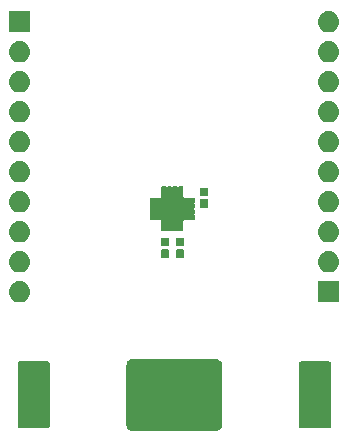
<source format=gbr>
G04 #@! TF.GenerationSoftware,KiCad,Pcbnew,(5.1.4)-1*
G04 #@! TF.CreationDate,2020-09-18T13:05:13-04:00*
G04 #@! TF.ProjectId,nRF52832_DEMO_V01,6e524635-3238-4333-925f-44454d4f5f56,rev?*
G04 #@! TF.SameCoordinates,Original*
G04 #@! TF.FileFunction,Soldermask,Bot*
G04 #@! TF.FilePolarity,Negative*
%FSLAX46Y46*%
G04 Gerber Fmt 4.6, Leading zero omitted, Abs format (unit mm)*
G04 Created by KiCad (PCBNEW (5.1.4)-1) date 2020-09-18 13:05:13*
%MOMM*%
%LPD*%
G04 APERTURE LIST*
%ADD10C,0.100000*%
G04 APERTURE END LIST*
D10*
G36*
X119863018Y-92056996D02*
G01*
X119958612Y-92085995D01*
X120046717Y-92133087D01*
X120123939Y-92196461D01*
X120187313Y-92273683D01*
X120234405Y-92361788D01*
X120263404Y-92457382D01*
X120273800Y-92562940D01*
X120273800Y-97632260D01*
X120263404Y-97737818D01*
X120234405Y-97833412D01*
X120187313Y-97921517D01*
X120123939Y-97998739D01*
X120046717Y-98062113D01*
X119958612Y-98109205D01*
X119863018Y-98138204D01*
X119757460Y-98148600D01*
X112688140Y-98148600D01*
X112582582Y-98138204D01*
X112486988Y-98109205D01*
X112398883Y-98062113D01*
X112321661Y-97998739D01*
X112258287Y-97921517D01*
X112211195Y-97833412D01*
X112182196Y-97737818D01*
X112171800Y-97632260D01*
X112171800Y-92562940D01*
X112182196Y-92457382D01*
X112211195Y-92361788D01*
X112258287Y-92273683D01*
X112321661Y-92196461D01*
X112398883Y-92133087D01*
X112486988Y-92085995D01*
X112582582Y-92056996D01*
X112688140Y-92046600D01*
X119757460Y-92046600D01*
X119863018Y-92056996D01*
X119863018Y-92056996D01*
G37*
G36*
X129341687Y-92270463D02*
G01*
X129373497Y-92280113D01*
X129402825Y-92295789D01*
X129428522Y-92316878D01*
X129449611Y-92342575D01*
X129465287Y-92371903D01*
X129474937Y-92403713D01*
X129478800Y-92442940D01*
X129478800Y-97752260D01*
X129474937Y-97791487D01*
X129465287Y-97823297D01*
X129449611Y-97852625D01*
X129428522Y-97878322D01*
X129402825Y-97899411D01*
X129373497Y-97915087D01*
X129341687Y-97924737D01*
X129302460Y-97928600D01*
X126953140Y-97928600D01*
X126913913Y-97924737D01*
X126882103Y-97915087D01*
X126852775Y-97899411D01*
X126827078Y-97878322D01*
X126805989Y-97852625D01*
X126790313Y-97823297D01*
X126780663Y-97791487D01*
X126776800Y-97752260D01*
X126776800Y-92442940D01*
X126780663Y-92403713D01*
X126790313Y-92371903D01*
X126805989Y-92342575D01*
X126827078Y-92316878D01*
X126852775Y-92295789D01*
X126882103Y-92280113D01*
X126913913Y-92270463D01*
X126953140Y-92266600D01*
X129302460Y-92266600D01*
X129341687Y-92270463D01*
X129341687Y-92270463D01*
G37*
G36*
X105531687Y-92270463D02*
G01*
X105563497Y-92280113D01*
X105592825Y-92295789D01*
X105618522Y-92316878D01*
X105639611Y-92342575D01*
X105655287Y-92371903D01*
X105664937Y-92403713D01*
X105668800Y-92442940D01*
X105668800Y-97752260D01*
X105664937Y-97791487D01*
X105655287Y-97823297D01*
X105639611Y-97852625D01*
X105618522Y-97878322D01*
X105592825Y-97899411D01*
X105563497Y-97915087D01*
X105531687Y-97924737D01*
X105492460Y-97928600D01*
X103143140Y-97928600D01*
X103103913Y-97924737D01*
X103072103Y-97915087D01*
X103042775Y-97899411D01*
X103017078Y-97878322D01*
X102995989Y-97852625D01*
X102980313Y-97823297D01*
X102970663Y-97791487D01*
X102966800Y-97752260D01*
X102966800Y-92442940D01*
X102970663Y-92403713D01*
X102980313Y-92371903D01*
X102995989Y-92342575D01*
X103017078Y-92316878D01*
X103042775Y-92295789D01*
X103072103Y-92280113D01*
X103103913Y-92270463D01*
X103143140Y-92266600D01*
X105492460Y-92266600D01*
X105531687Y-92270463D01*
X105531687Y-92270463D01*
G37*
G36*
X130187000Y-87261000D02*
G01*
X128385000Y-87261000D01*
X128385000Y-85459000D01*
X130187000Y-85459000D01*
X130187000Y-87261000D01*
X130187000Y-87261000D01*
G37*
G36*
X103234442Y-85465518D02*
G01*
X103300627Y-85472037D01*
X103470466Y-85523557D01*
X103626991Y-85607222D01*
X103662729Y-85636552D01*
X103764186Y-85719814D01*
X103847448Y-85821271D01*
X103876778Y-85857009D01*
X103960443Y-86013534D01*
X104011963Y-86183373D01*
X104029359Y-86360000D01*
X104011963Y-86536627D01*
X103960443Y-86706466D01*
X103876778Y-86862991D01*
X103847448Y-86898729D01*
X103764186Y-87000186D01*
X103662729Y-87083448D01*
X103626991Y-87112778D01*
X103470466Y-87196443D01*
X103300627Y-87247963D01*
X103234442Y-87254482D01*
X103168260Y-87261000D01*
X103079740Y-87261000D01*
X103013558Y-87254482D01*
X102947373Y-87247963D01*
X102777534Y-87196443D01*
X102621009Y-87112778D01*
X102585271Y-87083448D01*
X102483814Y-87000186D01*
X102400552Y-86898729D01*
X102371222Y-86862991D01*
X102287557Y-86706466D01*
X102236037Y-86536627D01*
X102218641Y-86360000D01*
X102236037Y-86183373D01*
X102287557Y-86013534D01*
X102371222Y-85857009D01*
X102400552Y-85821271D01*
X102483814Y-85719814D01*
X102585271Y-85636552D01*
X102621009Y-85607222D01*
X102777534Y-85523557D01*
X102947373Y-85472037D01*
X103013558Y-85465518D01*
X103079740Y-85459000D01*
X103168260Y-85459000D01*
X103234442Y-85465518D01*
X103234442Y-85465518D01*
G37*
G36*
X103234443Y-82925519D02*
G01*
X103300627Y-82932037D01*
X103470466Y-82983557D01*
X103626991Y-83067222D01*
X103662729Y-83096552D01*
X103764186Y-83179814D01*
X103847448Y-83281271D01*
X103876778Y-83317009D01*
X103876779Y-83317011D01*
X103938205Y-83431929D01*
X103960443Y-83473534D01*
X104011963Y-83643373D01*
X104029359Y-83820000D01*
X104011963Y-83996627D01*
X103960443Y-84166466D01*
X103876778Y-84322991D01*
X103847448Y-84358729D01*
X103764186Y-84460186D01*
X103662729Y-84543448D01*
X103626991Y-84572778D01*
X103470466Y-84656443D01*
X103300627Y-84707963D01*
X103234443Y-84714481D01*
X103168260Y-84721000D01*
X103079740Y-84721000D01*
X103013557Y-84714481D01*
X102947373Y-84707963D01*
X102777534Y-84656443D01*
X102621009Y-84572778D01*
X102585271Y-84543448D01*
X102483814Y-84460186D01*
X102400552Y-84358729D01*
X102371222Y-84322991D01*
X102287557Y-84166466D01*
X102236037Y-83996627D01*
X102218641Y-83820000D01*
X102236037Y-83643373D01*
X102287557Y-83473534D01*
X102309796Y-83431929D01*
X102371221Y-83317011D01*
X102371222Y-83317009D01*
X102400552Y-83281271D01*
X102483814Y-83179814D01*
X102585271Y-83096552D01*
X102621009Y-83067222D01*
X102777534Y-82983557D01*
X102947373Y-82932037D01*
X103013557Y-82925519D01*
X103079740Y-82919000D01*
X103168260Y-82919000D01*
X103234443Y-82925519D01*
X103234443Y-82925519D01*
G37*
G36*
X129396443Y-82925519D02*
G01*
X129462627Y-82932037D01*
X129632466Y-82983557D01*
X129788991Y-83067222D01*
X129824729Y-83096552D01*
X129926186Y-83179814D01*
X130009448Y-83281271D01*
X130038778Y-83317009D01*
X130038779Y-83317011D01*
X130100205Y-83431929D01*
X130122443Y-83473534D01*
X130173963Y-83643373D01*
X130191359Y-83820000D01*
X130173963Y-83996627D01*
X130122443Y-84166466D01*
X130038778Y-84322991D01*
X130009448Y-84358729D01*
X129926186Y-84460186D01*
X129824729Y-84543448D01*
X129788991Y-84572778D01*
X129632466Y-84656443D01*
X129462627Y-84707963D01*
X129396443Y-84714481D01*
X129330260Y-84721000D01*
X129241740Y-84721000D01*
X129175557Y-84714481D01*
X129109373Y-84707963D01*
X128939534Y-84656443D01*
X128783009Y-84572778D01*
X128747271Y-84543448D01*
X128645814Y-84460186D01*
X128562552Y-84358729D01*
X128533222Y-84322991D01*
X128449557Y-84166466D01*
X128398037Y-83996627D01*
X128380641Y-83820000D01*
X128398037Y-83643373D01*
X128449557Y-83473534D01*
X128471796Y-83431929D01*
X128533221Y-83317011D01*
X128533222Y-83317009D01*
X128562552Y-83281271D01*
X128645814Y-83179814D01*
X128747271Y-83096552D01*
X128783009Y-83067222D01*
X128939534Y-82983557D01*
X129109373Y-82932037D01*
X129175557Y-82925519D01*
X129241740Y-82919000D01*
X129330260Y-82919000D01*
X129396443Y-82925519D01*
X129396443Y-82925519D01*
G37*
G36*
X116982238Y-82793316D02*
G01*
X117002857Y-82799571D01*
X117021853Y-82809724D01*
X117038508Y-82823392D01*
X117052176Y-82840047D01*
X117062329Y-82859043D01*
X117068584Y-82879662D01*
X117071300Y-82907240D01*
X117071300Y-83365960D01*
X117068584Y-83393538D01*
X117062329Y-83414157D01*
X117052176Y-83433153D01*
X117038508Y-83449808D01*
X117021853Y-83463476D01*
X117002857Y-83473629D01*
X116982238Y-83479884D01*
X116954660Y-83482600D01*
X116445940Y-83482600D01*
X116418362Y-83479884D01*
X116397743Y-83473629D01*
X116378747Y-83463476D01*
X116362092Y-83449808D01*
X116348424Y-83433153D01*
X116338271Y-83414157D01*
X116332016Y-83393538D01*
X116329300Y-83365960D01*
X116329300Y-82907240D01*
X116332016Y-82879662D01*
X116338271Y-82859043D01*
X116348424Y-82840047D01*
X116362092Y-82823392D01*
X116378747Y-82809724D01*
X116397743Y-82799571D01*
X116418362Y-82793316D01*
X116445940Y-82790600D01*
X116954660Y-82790600D01*
X116982238Y-82793316D01*
X116982238Y-82793316D01*
G37*
G36*
X115712238Y-82793316D02*
G01*
X115732857Y-82799571D01*
X115751853Y-82809724D01*
X115768508Y-82823392D01*
X115782176Y-82840047D01*
X115792329Y-82859043D01*
X115798584Y-82879662D01*
X115801300Y-82907240D01*
X115801300Y-83365960D01*
X115798584Y-83393538D01*
X115792329Y-83414157D01*
X115782176Y-83433153D01*
X115768508Y-83449808D01*
X115751853Y-83463476D01*
X115732857Y-83473629D01*
X115712238Y-83479884D01*
X115684660Y-83482600D01*
X115175940Y-83482600D01*
X115148362Y-83479884D01*
X115127743Y-83473629D01*
X115108747Y-83463476D01*
X115092092Y-83449808D01*
X115078424Y-83433153D01*
X115068271Y-83414157D01*
X115062016Y-83393538D01*
X115059300Y-83365960D01*
X115059300Y-82907240D01*
X115062016Y-82879662D01*
X115068271Y-82859043D01*
X115078424Y-82840047D01*
X115092092Y-82823392D01*
X115108747Y-82809724D01*
X115127743Y-82799571D01*
X115148362Y-82793316D01*
X115175940Y-82790600D01*
X115684660Y-82790600D01*
X115712238Y-82793316D01*
X115712238Y-82793316D01*
G37*
G36*
X116982238Y-81823316D02*
G01*
X117002857Y-81829571D01*
X117021853Y-81839724D01*
X117038508Y-81853392D01*
X117052176Y-81870047D01*
X117062329Y-81889043D01*
X117068584Y-81909662D01*
X117071300Y-81937240D01*
X117071300Y-82395960D01*
X117068584Y-82423538D01*
X117062329Y-82444157D01*
X117052176Y-82463153D01*
X117038508Y-82479808D01*
X117021853Y-82493476D01*
X117002857Y-82503629D01*
X116982238Y-82509884D01*
X116954660Y-82512600D01*
X116445940Y-82512600D01*
X116418362Y-82509884D01*
X116397743Y-82503629D01*
X116378747Y-82493476D01*
X116362092Y-82479808D01*
X116348424Y-82463153D01*
X116338271Y-82444157D01*
X116332016Y-82423538D01*
X116329300Y-82395960D01*
X116329300Y-81937240D01*
X116332016Y-81909662D01*
X116338271Y-81889043D01*
X116348424Y-81870047D01*
X116362092Y-81853392D01*
X116378747Y-81839724D01*
X116397743Y-81829571D01*
X116418362Y-81823316D01*
X116445940Y-81820600D01*
X116954660Y-81820600D01*
X116982238Y-81823316D01*
X116982238Y-81823316D01*
G37*
G36*
X115712238Y-81823316D02*
G01*
X115732857Y-81829571D01*
X115751853Y-81839724D01*
X115768508Y-81853392D01*
X115782176Y-81870047D01*
X115792329Y-81889043D01*
X115798584Y-81909662D01*
X115801300Y-81937240D01*
X115801300Y-82395960D01*
X115798584Y-82423538D01*
X115792329Y-82444157D01*
X115782176Y-82463153D01*
X115768508Y-82479808D01*
X115751853Y-82493476D01*
X115732857Y-82503629D01*
X115712238Y-82509884D01*
X115684660Y-82512600D01*
X115175940Y-82512600D01*
X115148362Y-82509884D01*
X115127743Y-82503629D01*
X115108747Y-82493476D01*
X115092092Y-82479808D01*
X115078424Y-82463153D01*
X115068271Y-82444157D01*
X115062016Y-82423538D01*
X115059300Y-82395960D01*
X115059300Y-81937240D01*
X115062016Y-81909662D01*
X115068271Y-81889043D01*
X115078424Y-81870047D01*
X115092092Y-81853392D01*
X115108747Y-81839724D01*
X115127743Y-81829571D01*
X115148362Y-81823316D01*
X115175940Y-81820600D01*
X115684660Y-81820600D01*
X115712238Y-81823316D01*
X115712238Y-81823316D01*
G37*
G36*
X129396442Y-80385518D02*
G01*
X129462627Y-80392037D01*
X129632466Y-80443557D01*
X129788991Y-80527222D01*
X129824729Y-80556552D01*
X129926186Y-80639814D01*
X130009448Y-80741271D01*
X130038778Y-80777009D01*
X130122443Y-80933534D01*
X130173963Y-81103373D01*
X130191359Y-81280000D01*
X130173963Y-81456627D01*
X130122443Y-81626466D01*
X130038778Y-81782991D01*
X130009448Y-81818729D01*
X129926186Y-81920186D01*
X129836729Y-81993600D01*
X129788991Y-82032778D01*
X129632466Y-82116443D01*
X129462627Y-82167963D01*
X129396443Y-82174481D01*
X129330260Y-82181000D01*
X129241740Y-82181000D01*
X129175557Y-82174481D01*
X129109373Y-82167963D01*
X128939534Y-82116443D01*
X128783009Y-82032778D01*
X128735271Y-81993600D01*
X128645814Y-81920186D01*
X128562552Y-81818729D01*
X128533222Y-81782991D01*
X128449557Y-81626466D01*
X128398037Y-81456627D01*
X128380641Y-81280000D01*
X128398037Y-81103373D01*
X128449557Y-80933534D01*
X128533222Y-80777009D01*
X128562552Y-80741271D01*
X128645814Y-80639814D01*
X128747271Y-80556552D01*
X128783009Y-80527222D01*
X128939534Y-80443557D01*
X129109373Y-80392037D01*
X129175558Y-80385518D01*
X129241740Y-80379000D01*
X129330260Y-80379000D01*
X129396442Y-80385518D01*
X129396442Y-80385518D01*
G37*
G36*
X103234442Y-80385518D02*
G01*
X103300627Y-80392037D01*
X103470466Y-80443557D01*
X103626991Y-80527222D01*
X103662729Y-80556552D01*
X103764186Y-80639814D01*
X103847448Y-80741271D01*
X103876778Y-80777009D01*
X103960443Y-80933534D01*
X104011963Y-81103373D01*
X104029359Y-81280000D01*
X104011963Y-81456627D01*
X103960443Y-81626466D01*
X103876778Y-81782991D01*
X103847448Y-81818729D01*
X103764186Y-81920186D01*
X103674729Y-81993600D01*
X103626991Y-82032778D01*
X103470466Y-82116443D01*
X103300627Y-82167963D01*
X103234443Y-82174481D01*
X103168260Y-82181000D01*
X103079740Y-82181000D01*
X103013557Y-82174481D01*
X102947373Y-82167963D01*
X102777534Y-82116443D01*
X102621009Y-82032778D01*
X102573271Y-81993600D01*
X102483814Y-81920186D01*
X102400552Y-81818729D01*
X102371222Y-81782991D01*
X102287557Y-81626466D01*
X102236037Y-81456627D01*
X102218641Y-81280000D01*
X102236037Y-81103373D01*
X102287557Y-80933534D01*
X102371222Y-80777009D01*
X102400552Y-80741271D01*
X102483814Y-80639814D01*
X102585271Y-80556552D01*
X102621009Y-80527222D01*
X102777534Y-80443557D01*
X102947373Y-80392037D01*
X103013558Y-80385518D01*
X103079740Y-80379000D01*
X103168260Y-80379000D01*
X103234442Y-80385518D01*
X103234442Y-80385518D01*
G37*
G36*
X115470655Y-77449683D02*
G01*
X115475329Y-77451101D01*
X115479630Y-77453400D01*
X115486002Y-77458629D01*
X115506376Y-77472243D01*
X115529015Y-77481620D01*
X115553049Y-77486400D01*
X115577553Y-77486400D01*
X115601586Y-77481619D01*
X115624225Y-77472242D01*
X115644598Y-77458629D01*
X115650970Y-77453400D01*
X115655271Y-77451101D01*
X115659945Y-77449683D01*
X115670941Y-77448600D01*
X115959659Y-77448600D01*
X115970655Y-77449683D01*
X115975329Y-77451101D01*
X115979630Y-77453400D01*
X115986002Y-77458629D01*
X116006376Y-77472243D01*
X116029015Y-77481620D01*
X116053049Y-77486400D01*
X116077553Y-77486400D01*
X116101586Y-77481619D01*
X116124225Y-77472242D01*
X116144598Y-77458629D01*
X116150970Y-77453400D01*
X116155271Y-77451101D01*
X116159945Y-77449683D01*
X116170941Y-77448600D01*
X116459659Y-77448600D01*
X116470655Y-77449683D01*
X116475329Y-77451101D01*
X116479630Y-77453400D01*
X116486002Y-77458629D01*
X116506376Y-77472243D01*
X116529015Y-77481620D01*
X116553049Y-77486400D01*
X116577553Y-77486400D01*
X116601586Y-77481619D01*
X116624225Y-77472242D01*
X116644598Y-77458629D01*
X116650970Y-77453400D01*
X116655271Y-77451101D01*
X116659945Y-77449683D01*
X116670941Y-77448600D01*
X116959659Y-77448600D01*
X116970655Y-77449683D01*
X116975329Y-77451101D01*
X116979631Y-77453400D01*
X116983404Y-77456496D01*
X116986500Y-77460269D01*
X116988799Y-77464571D01*
X116990217Y-77469245D01*
X116991300Y-77480241D01*
X116991300Y-78298601D01*
X116993702Y-78322987D01*
X117000815Y-78346436D01*
X117012366Y-78368047D01*
X117027911Y-78386989D01*
X117046853Y-78402534D01*
X117068464Y-78414085D01*
X117091913Y-78421198D01*
X117116299Y-78423600D01*
X117934659Y-78423600D01*
X117945655Y-78424683D01*
X117950329Y-78426101D01*
X117954631Y-78428400D01*
X117958404Y-78431496D01*
X117961500Y-78435269D01*
X117963799Y-78439571D01*
X117965217Y-78444245D01*
X117966300Y-78455241D01*
X117966300Y-78743959D01*
X117965217Y-78754955D01*
X117963799Y-78759629D01*
X117961500Y-78763930D01*
X117956271Y-78770302D01*
X117942657Y-78790676D01*
X117933280Y-78813315D01*
X117928500Y-78837349D01*
X117928500Y-78861853D01*
X117933281Y-78885886D01*
X117942658Y-78908525D01*
X117956271Y-78928898D01*
X117961500Y-78935270D01*
X117963799Y-78939571D01*
X117965217Y-78944245D01*
X117966300Y-78955241D01*
X117966300Y-79243959D01*
X117965217Y-79254955D01*
X117963799Y-79259629D01*
X117961500Y-79263930D01*
X117956271Y-79270302D01*
X117942657Y-79290676D01*
X117933280Y-79313315D01*
X117928500Y-79337349D01*
X117928500Y-79361853D01*
X117933281Y-79385886D01*
X117942658Y-79408525D01*
X117956271Y-79428898D01*
X117961500Y-79435270D01*
X117963799Y-79439571D01*
X117965217Y-79444245D01*
X117966300Y-79455241D01*
X117966300Y-79743959D01*
X117965217Y-79754955D01*
X117963799Y-79759629D01*
X117961500Y-79763930D01*
X117956271Y-79770302D01*
X117942657Y-79790676D01*
X117933280Y-79813315D01*
X117928500Y-79837349D01*
X117928500Y-79861853D01*
X117933281Y-79885886D01*
X117942658Y-79908525D01*
X117956271Y-79928898D01*
X117961500Y-79935270D01*
X117963799Y-79939571D01*
X117965217Y-79944245D01*
X117966300Y-79955241D01*
X117966300Y-80243959D01*
X117965217Y-80254955D01*
X117963799Y-80259629D01*
X117961500Y-80263931D01*
X117958404Y-80267704D01*
X117954631Y-80270800D01*
X117950329Y-80273099D01*
X117945655Y-80274517D01*
X117934659Y-80275600D01*
X117116299Y-80275600D01*
X117091913Y-80278002D01*
X117068464Y-80285115D01*
X117046853Y-80296666D01*
X117027911Y-80312211D01*
X117012366Y-80331153D01*
X117000815Y-80352764D01*
X116993702Y-80376213D01*
X116991300Y-80400599D01*
X116991300Y-81218959D01*
X116990217Y-81229955D01*
X116988799Y-81234629D01*
X116986500Y-81238931D01*
X116983404Y-81242704D01*
X116979631Y-81245800D01*
X116975329Y-81248099D01*
X116970655Y-81249517D01*
X116959659Y-81250600D01*
X116670941Y-81250600D01*
X116659945Y-81249517D01*
X116655271Y-81248099D01*
X116650970Y-81245800D01*
X116644598Y-81240571D01*
X116624224Y-81226957D01*
X116601585Y-81217580D01*
X116577551Y-81212800D01*
X116553047Y-81212800D01*
X116529014Y-81217581D01*
X116506375Y-81226958D01*
X116486002Y-81240571D01*
X116479630Y-81245800D01*
X116475329Y-81248099D01*
X116470655Y-81249517D01*
X116459659Y-81250600D01*
X116170941Y-81250600D01*
X116159945Y-81249517D01*
X116155271Y-81248099D01*
X116150970Y-81245800D01*
X116144598Y-81240571D01*
X116124224Y-81226957D01*
X116101585Y-81217580D01*
X116077551Y-81212800D01*
X116053047Y-81212800D01*
X116029014Y-81217581D01*
X116006375Y-81226958D01*
X115986002Y-81240571D01*
X115979630Y-81245800D01*
X115975329Y-81248099D01*
X115970655Y-81249517D01*
X115959659Y-81250600D01*
X115670941Y-81250600D01*
X115659945Y-81249517D01*
X115655271Y-81248099D01*
X115650970Y-81245800D01*
X115644598Y-81240571D01*
X115624224Y-81226957D01*
X115601585Y-81217580D01*
X115577551Y-81212800D01*
X115553047Y-81212800D01*
X115529014Y-81217581D01*
X115506375Y-81226958D01*
X115486002Y-81240571D01*
X115479630Y-81245800D01*
X115475329Y-81248099D01*
X115470655Y-81249517D01*
X115459659Y-81250600D01*
X115170941Y-81250600D01*
X115159945Y-81249517D01*
X115155271Y-81248099D01*
X115150969Y-81245800D01*
X115147196Y-81242704D01*
X115144100Y-81238931D01*
X115141801Y-81234629D01*
X115140383Y-81229955D01*
X115139300Y-81218959D01*
X115139300Y-80400599D01*
X115136898Y-80376213D01*
X115129785Y-80352764D01*
X115118234Y-80331153D01*
X115102689Y-80312211D01*
X115083747Y-80296666D01*
X115062136Y-80285115D01*
X115038687Y-80278002D01*
X115014301Y-80275600D01*
X114195941Y-80275600D01*
X114184945Y-80274517D01*
X114180271Y-80273099D01*
X114175969Y-80270800D01*
X114172196Y-80267704D01*
X114169100Y-80263931D01*
X114166801Y-80259629D01*
X114165383Y-80254955D01*
X114164300Y-80243959D01*
X114164300Y-79955241D01*
X114165383Y-79944245D01*
X114166801Y-79939571D01*
X114169100Y-79935270D01*
X114174329Y-79928898D01*
X114187943Y-79908524D01*
X114197320Y-79885885D01*
X114202100Y-79861851D01*
X114202100Y-79837347D01*
X114197319Y-79813314D01*
X114187942Y-79790675D01*
X114174329Y-79770302D01*
X114169100Y-79763930D01*
X114166801Y-79759629D01*
X114165383Y-79754955D01*
X114164300Y-79743959D01*
X114164300Y-79455241D01*
X114165383Y-79444245D01*
X114166801Y-79439571D01*
X114169100Y-79435270D01*
X114174329Y-79428898D01*
X114187943Y-79408524D01*
X114197320Y-79385885D01*
X114202100Y-79361851D01*
X114202100Y-79337347D01*
X114197319Y-79313314D01*
X114187942Y-79290675D01*
X114174329Y-79270302D01*
X114169100Y-79263930D01*
X114166801Y-79259629D01*
X114165383Y-79254955D01*
X114164300Y-79243959D01*
X114164300Y-78955241D01*
X114165383Y-78944245D01*
X114166801Y-78939571D01*
X114169100Y-78935270D01*
X114174329Y-78928898D01*
X114187943Y-78908524D01*
X114197320Y-78885885D01*
X114202100Y-78861851D01*
X114202100Y-78837347D01*
X114197319Y-78813314D01*
X114187942Y-78790675D01*
X114174329Y-78770302D01*
X114169100Y-78763930D01*
X114166801Y-78759629D01*
X114165383Y-78754955D01*
X114164300Y-78743959D01*
X114164300Y-78455241D01*
X114165383Y-78444245D01*
X114166801Y-78439571D01*
X114169100Y-78435269D01*
X114172196Y-78431496D01*
X114175969Y-78428400D01*
X114180271Y-78426101D01*
X114184945Y-78424683D01*
X114195941Y-78423600D01*
X115014301Y-78423600D01*
X115038687Y-78421198D01*
X115062136Y-78414085D01*
X115083747Y-78402534D01*
X115102689Y-78386989D01*
X115118234Y-78368047D01*
X115129785Y-78346436D01*
X115136898Y-78322987D01*
X115139300Y-78298601D01*
X115139300Y-77480241D01*
X115140383Y-77469245D01*
X115141801Y-77464571D01*
X115144100Y-77460269D01*
X115147196Y-77456496D01*
X115150969Y-77453400D01*
X115155271Y-77451101D01*
X115159945Y-77449683D01*
X115170941Y-77448600D01*
X115459659Y-77448600D01*
X115470655Y-77449683D01*
X115470655Y-77449683D01*
G37*
G36*
X103234443Y-77845519D02*
G01*
X103300627Y-77852037D01*
X103470466Y-77903557D01*
X103626991Y-77987222D01*
X103662729Y-78016552D01*
X103764186Y-78099814D01*
X103831418Y-78181738D01*
X103876778Y-78237009D01*
X103960443Y-78393534D01*
X104011963Y-78563373D01*
X104029359Y-78740000D01*
X104011963Y-78916627D01*
X103960443Y-79086466D01*
X103876778Y-79242991D01*
X103855514Y-79268901D01*
X103764186Y-79380186D01*
X103672730Y-79455241D01*
X103626991Y-79492778D01*
X103470466Y-79576443D01*
X103300627Y-79627963D01*
X103234442Y-79634482D01*
X103168260Y-79641000D01*
X103079740Y-79641000D01*
X103013558Y-79634482D01*
X102947373Y-79627963D01*
X102777534Y-79576443D01*
X102621009Y-79492778D01*
X102575270Y-79455241D01*
X102483814Y-79380186D01*
X102392486Y-79268901D01*
X102371222Y-79242991D01*
X102287557Y-79086466D01*
X102236037Y-78916627D01*
X102218641Y-78740000D01*
X102236037Y-78563373D01*
X102287557Y-78393534D01*
X102371222Y-78237009D01*
X102416582Y-78181738D01*
X102483814Y-78099814D01*
X102585271Y-78016552D01*
X102621009Y-77987222D01*
X102777534Y-77903557D01*
X102947373Y-77852037D01*
X103013557Y-77845519D01*
X103079740Y-77839000D01*
X103168260Y-77839000D01*
X103234443Y-77845519D01*
X103234443Y-77845519D01*
G37*
G36*
X129396443Y-77845519D02*
G01*
X129462627Y-77852037D01*
X129632466Y-77903557D01*
X129788991Y-77987222D01*
X129824729Y-78016552D01*
X129926186Y-78099814D01*
X129993418Y-78181738D01*
X130038778Y-78237009D01*
X130122443Y-78393534D01*
X130173963Y-78563373D01*
X130191359Y-78740000D01*
X130173963Y-78916627D01*
X130122443Y-79086466D01*
X130038778Y-79242991D01*
X130017514Y-79268901D01*
X129926186Y-79380186D01*
X129834730Y-79455241D01*
X129788991Y-79492778D01*
X129632466Y-79576443D01*
X129462627Y-79627963D01*
X129396442Y-79634482D01*
X129330260Y-79641000D01*
X129241740Y-79641000D01*
X129175558Y-79634482D01*
X129109373Y-79627963D01*
X128939534Y-79576443D01*
X128783009Y-79492778D01*
X128737270Y-79455241D01*
X128645814Y-79380186D01*
X128554486Y-79268901D01*
X128533222Y-79242991D01*
X128449557Y-79086466D01*
X128398037Y-78916627D01*
X128380641Y-78740000D01*
X128398037Y-78563373D01*
X128449557Y-78393534D01*
X128533222Y-78237009D01*
X128578582Y-78181738D01*
X128645814Y-78099814D01*
X128747271Y-78016552D01*
X128783009Y-77987222D01*
X128939534Y-77903557D01*
X129109373Y-77852037D01*
X129175557Y-77845519D01*
X129241740Y-77839000D01*
X129330260Y-77839000D01*
X129396443Y-77845519D01*
X129396443Y-77845519D01*
G37*
G36*
X119014238Y-78551516D02*
G01*
X119034857Y-78557771D01*
X119053853Y-78567924D01*
X119070508Y-78581592D01*
X119084176Y-78598247D01*
X119094329Y-78617243D01*
X119100584Y-78637862D01*
X119103300Y-78665440D01*
X119103300Y-79124160D01*
X119100584Y-79151738D01*
X119094329Y-79172357D01*
X119084176Y-79191353D01*
X119070508Y-79208008D01*
X119053853Y-79221676D01*
X119034857Y-79231829D01*
X119014238Y-79238084D01*
X118986660Y-79240800D01*
X118477940Y-79240800D01*
X118450362Y-79238084D01*
X118429743Y-79231829D01*
X118410747Y-79221676D01*
X118394092Y-79208008D01*
X118380424Y-79191353D01*
X118370271Y-79172357D01*
X118364016Y-79151738D01*
X118361300Y-79124160D01*
X118361300Y-78665440D01*
X118364016Y-78637862D01*
X118370271Y-78617243D01*
X118380424Y-78598247D01*
X118394092Y-78581592D01*
X118410747Y-78567924D01*
X118429743Y-78557771D01*
X118450362Y-78551516D01*
X118477940Y-78548800D01*
X118986660Y-78548800D01*
X119014238Y-78551516D01*
X119014238Y-78551516D01*
G37*
G36*
X119014238Y-77581516D02*
G01*
X119034857Y-77587771D01*
X119053853Y-77597924D01*
X119070508Y-77611592D01*
X119084176Y-77628247D01*
X119094329Y-77647243D01*
X119100584Y-77667862D01*
X119103300Y-77695440D01*
X119103300Y-78154160D01*
X119100584Y-78181738D01*
X119094329Y-78202357D01*
X119084176Y-78221353D01*
X119070508Y-78238008D01*
X119053853Y-78251676D01*
X119034857Y-78261829D01*
X119014238Y-78268084D01*
X118986660Y-78270800D01*
X118477940Y-78270800D01*
X118450362Y-78268084D01*
X118429743Y-78261829D01*
X118410747Y-78251676D01*
X118394092Y-78238008D01*
X118380424Y-78221353D01*
X118370271Y-78202357D01*
X118364016Y-78181738D01*
X118361300Y-78154160D01*
X118361300Y-77695440D01*
X118364016Y-77667862D01*
X118370271Y-77647243D01*
X118380424Y-77628247D01*
X118394092Y-77611592D01*
X118410747Y-77597924D01*
X118429743Y-77587771D01*
X118450362Y-77581516D01*
X118477940Y-77578800D01*
X118986660Y-77578800D01*
X119014238Y-77581516D01*
X119014238Y-77581516D01*
G37*
G36*
X103234442Y-75305518D02*
G01*
X103300627Y-75312037D01*
X103470466Y-75363557D01*
X103626991Y-75447222D01*
X103662729Y-75476552D01*
X103764186Y-75559814D01*
X103847448Y-75661271D01*
X103876778Y-75697009D01*
X103960443Y-75853534D01*
X104011963Y-76023373D01*
X104029359Y-76200000D01*
X104011963Y-76376627D01*
X103960443Y-76546466D01*
X103876778Y-76702991D01*
X103847448Y-76738729D01*
X103764186Y-76840186D01*
X103662729Y-76923448D01*
X103626991Y-76952778D01*
X103470466Y-77036443D01*
X103300627Y-77087963D01*
X103234442Y-77094482D01*
X103168260Y-77101000D01*
X103079740Y-77101000D01*
X103013558Y-77094482D01*
X102947373Y-77087963D01*
X102777534Y-77036443D01*
X102621009Y-76952778D01*
X102585271Y-76923448D01*
X102483814Y-76840186D01*
X102400552Y-76738729D01*
X102371222Y-76702991D01*
X102287557Y-76546466D01*
X102236037Y-76376627D01*
X102218641Y-76200000D01*
X102236037Y-76023373D01*
X102287557Y-75853534D01*
X102371222Y-75697009D01*
X102400552Y-75661271D01*
X102483814Y-75559814D01*
X102585271Y-75476552D01*
X102621009Y-75447222D01*
X102777534Y-75363557D01*
X102947373Y-75312037D01*
X103013558Y-75305518D01*
X103079740Y-75299000D01*
X103168260Y-75299000D01*
X103234442Y-75305518D01*
X103234442Y-75305518D01*
G37*
G36*
X129396442Y-75305518D02*
G01*
X129462627Y-75312037D01*
X129632466Y-75363557D01*
X129788991Y-75447222D01*
X129824729Y-75476552D01*
X129926186Y-75559814D01*
X130009448Y-75661271D01*
X130038778Y-75697009D01*
X130122443Y-75853534D01*
X130173963Y-76023373D01*
X130191359Y-76200000D01*
X130173963Y-76376627D01*
X130122443Y-76546466D01*
X130038778Y-76702991D01*
X130009448Y-76738729D01*
X129926186Y-76840186D01*
X129824729Y-76923448D01*
X129788991Y-76952778D01*
X129632466Y-77036443D01*
X129462627Y-77087963D01*
X129396442Y-77094482D01*
X129330260Y-77101000D01*
X129241740Y-77101000D01*
X129175558Y-77094482D01*
X129109373Y-77087963D01*
X128939534Y-77036443D01*
X128783009Y-76952778D01*
X128747271Y-76923448D01*
X128645814Y-76840186D01*
X128562552Y-76738729D01*
X128533222Y-76702991D01*
X128449557Y-76546466D01*
X128398037Y-76376627D01*
X128380641Y-76200000D01*
X128398037Y-76023373D01*
X128449557Y-75853534D01*
X128533222Y-75697009D01*
X128562552Y-75661271D01*
X128645814Y-75559814D01*
X128747271Y-75476552D01*
X128783009Y-75447222D01*
X128939534Y-75363557D01*
X129109373Y-75312037D01*
X129175558Y-75305518D01*
X129241740Y-75299000D01*
X129330260Y-75299000D01*
X129396442Y-75305518D01*
X129396442Y-75305518D01*
G37*
G36*
X129396442Y-72765518D02*
G01*
X129462627Y-72772037D01*
X129632466Y-72823557D01*
X129788991Y-72907222D01*
X129824729Y-72936552D01*
X129926186Y-73019814D01*
X130009448Y-73121271D01*
X130038778Y-73157009D01*
X130122443Y-73313534D01*
X130173963Y-73483373D01*
X130191359Y-73660000D01*
X130173963Y-73836627D01*
X130122443Y-74006466D01*
X130038778Y-74162991D01*
X130009448Y-74198729D01*
X129926186Y-74300186D01*
X129824729Y-74383448D01*
X129788991Y-74412778D01*
X129632466Y-74496443D01*
X129462627Y-74547963D01*
X129396442Y-74554482D01*
X129330260Y-74561000D01*
X129241740Y-74561000D01*
X129175558Y-74554482D01*
X129109373Y-74547963D01*
X128939534Y-74496443D01*
X128783009Y-74412778D01*
X128747271Y-74383448D01*
X128645814Y-74300186D01*
X128562552Y-74198729D01*
X128533222Y-74162991D01*
X128449557Y-74006466D01*
X128398037Y-73836627D01*
X128380641Y-73660000D01*
X128398037Y-73483373D01*
X128449557Y-73313534D01*
X128533222Y-73157009D01*
X128562552Y-73121271D01*
X128645814Y-73019814D01*
X128747271Y-72936552D01*
X128783009Y-72907222D01*
X128939534Y-72823557D01*
X129109373Y-72772037D01*
X129175558Y-72765518D01*
X129241740Y-72759000D01*
X129330260Y-72759000D01*
X129396442Y-72765518D01*
X129396442Y-72765518D01*
G37*
G36*
X103234442Y-72765518D02*
G01*
X103300627Y-72772037D01*
X103470466Y-72823557D01*
X103626991Y-72907222D01*
X103662729Y-72936552D01*
X103764186Y-73019814D01*
X103847448Y-73121271D01*
X103876778Y-73157009D01*
X103960443Y-73313534D01*
X104011963Y-73483373D01*
X104029359Y-73660000D01*
X104011963Y-73836627D01*
X103960443Y-74006466D01*
X103876778Y-74162991D01*
X103847448Y-74198729D01*
X103764186Y-74300186D01*
X103662729Y-74383448D01*
X103626991Y-74412778D01*
X103470466Y-74496443D01*
X103300627Y-74547963D01*
X103234442Y-74554482D01*
X103168260Y-74561000D01*
X103079740Y-74561000D01*
X103013558Y-74554482D01*
X102947373Y-74547963D01*
X102777534Y-74496443D01*
X102621009Y-74412778D01*
X102585271Y-74383448D01*
X102483814Y-74300186D01*
X102400552Y-74198729D01*
X102371222Y-74162991D01*
X102287557Y-74006466D01*
X102236037Y-73836627D01*
X102218641Y-73660000D01*
X102236037Y-73483373D01*
X102287557Y-73313534D01*
X102371222Y-73157009D01*
X102400552Y-73121271D01*
X102483814Y-73019814D01*
X102585271Y-72936552D01*
X102621009Y-72907222D01*
X102777534Y-72823557D01*
X102947373Y-72772037D01*
X103013558Y-72765518D01*
X103079740Y-72759000D01*
X103168260Y-72759000D01*
X103234442Y-72765518D01*
X103234442Y-72765518D01*
G37*
G36*
X129396442Y-70225518D02*
G01*
X129462627Y-70232037D01*
X129632466Y-70283557D01*
X129788991Y-70367222D01*
X129824729Y-70396552D01*
X129926186Y-70479814D01*
X130009448Y-70581271D01*
X130038778Y-70617009D01*
X130122443Y-70773534D01*
X130173963Y-70943373D01*
X130191359Y-71120000D01*
X130173963Y-71296627D01*
X130122443Y-71466466D01*
X130038778Y-71622991D01*
X130009448Y-71658729D01*
X129926186Y-71760186D01*
X129824729Y-71843448D01*
X129788991Y-71872778D01*
X129632466Y-71956443D01*
X129462627Y-72007963D01*
X129396443Y-72014481D01*
X129330260Y-72021000D01*
X129241740Y-72021000D01*
X129175557Y-72014481D01*
X129109373Y-72007963D01*
X128939534Y-71956443D01*
X128783009Y-71872778D01*
X128747271Y-71843448D01*
X128645814Y-71760186D01*
X128562552Y-71658729D01*
X128533222Y-71622991D01*
X128449557Y-71466466D01*
X128398037Y-71296627D01*
X128380641Y-71120000D01*
X128398037Y-70943373D01*
X128449557Y-70773534D01*
X128533222Y-70617009D01*
X128562552Y-70581271D01*
X128645814Y-70479814D01*
X128747271Y-70396552D01*
X128783009Y-70367222D01*
X128939534Y-70283557D01*
X129109373Y-70232037D01*
X129175558Y-70225518D01*
X129241740Y-70219000D01*
X129330260Y-70219000D01*
X129396442Y-70225518D01*
X129396442Y-70225518D01*
G37*
G36*
X103234442Y-70225518D02*
G01*
X103300627Y-70232037D01*
X103470466Y-70283557D01*
X103626991Y-70367222D01*
X103662729Y-70396552D01*
X103764186Y-70479814D01*
X103847448Y-70581271D01*
X103876778Y-70617009D01*
X103960443Y-70773534D01*
X104011963Y-70943373D01*
X104029359Y-71120000D01*
X104011963Y-71296627D01*
X103960443Y-71466466D01*
X103876778Y-71622991D01*
X103847448Y-71658729D01*
X103764186Y-71760186D01*
X103662729Y-71843448D01*
X103626991Y-71872778D01*
X103470466Y-71956443D01*
X103300627Y-72007963D01*
X103234443Y-72014481D01*
X103168260Y-72021000D01*
X103079740Y-72021000D01*
X103013557Y-72014481D01*
X102947373Y-72007963D01*
X102777534Y-71956443D01*
X102621009Y-71872778D01*
X102585271Y-71843448D01*
X102483814Y-71760186D01*
X102400552Y-71658729D01*
X102371222Y-71622991D01*
X102287557Y-71466466D01*
X102236037Y-71296627D01*
X102218641Y-71120000D01*
X102236037Y-70943373D01*
X102287557Y-70773534D01*
X102371222Y-70617009D01*
X102400552Y-70581271D01*
X102483814Y-70479814D01*
X102585271Y-70396552D01*
X102621009Y-70367222D01*
X102777534Y-70283557D01*
X102947373Y-70232037D01*
X103013558Y-70225518D01*
X103079740Y-70219000D01*
X103168260Y-70219000D01*
X103234442Y-70225518D01*
X103234442Y-70225518D01*
G37*
G36*
X129396443Y-67685519D02*
G01*
X129462627Y-67692037D01*
X129632466Y-67743557D01*
X129788991Y-67827222D01*
X129824729Y-67856552D01*
X129926186Y-67939814D01*
X130009448Y-68041271D01*
X130038778Y-68077009D01*
X130122443Y-68233534D01*
X130173963Y-68403373D01*
X130191359Y-68580000D01*
X130173963Y-68756627D01*
X130122443Y-68926466D01*
X130038778Y-69082991D01*
X130009448Y-69118729D01*
X129926186Y-69220186D01*
X129824729Y-69303448D01*
X129788991Y-69332778D01*
X129632466Y-69416443D01*
X129462627Y-69467963D01*
X129396442Y-69474482D01*
X129330260Y-69481000D01*
X129241740Y-69481000D01*
X129175558Y-69474482D01*
X129109373Y-69467963D01*
X128939534Y-69416443D01*
X128783009Y-69332778D01*
X128747271Y-69303448D01*
X128645814Y-69220186D01*
X128562552Y-69118729D01*
X128533222Y-69082991D01*
X128449557Y-68926466D01*
X128398037Y-68756627D01*
X128380641Y-68580000D01*
X128398037Y-68403373D01*
X128449557Y-68233534D01*
X128533222Y-68077009D01*
X128562552Y-68041271D01*
X128645814Y-67939814D01*
X128747271Y-67856552D01*
X128783009Y-67827222D01*
X128939534Y-67743557D01*
X129109373Y-67692037D01*
X129175557Y-67685519D01*
X129241740Y-67679000D01*
X129330260Y-67679000D01*
X129396443Y-67685519D01*
X129396443Y-67685519D01*
G37*
G36*
X103234443Y-67685519D02*
G01*
X103300627Y-67692037D01*
X103470466Y-67743557D01*
X103626991Y-67827222D01*
X103662729Y-67856552D01*
X103764186Y-67939814D01*
X103847448Y-68041271D01*
X103876778Y-68077009D01*
X103960443Y-68233534D01*
X104011963Y-68403373D01*
X104029359Y-68580000D01*
X104011963Y-68756627D01*
X103960443Y-68926466D01*
X103876778Y-69082991D01*
X103847448Y-69118729D01*
X103764186Y-69220186D01*
X103662729Y-69303448D01*
X103626991Y-69332778D01*
X103470466Y-69416443D01*
X103300627Y-69467963D01*
X103234442Y-69474482D01*
X103168260Y-69481000D01*
X103079740Y-69481000D01*
X103013558Y-69474482D01*
X102947373Y-69467963D01*
X102777534Y-69416443D01*
X102621009Y-69332778D01*
X102585271Y-69303448D01*
X102483814Y-69220186D01*
X102400552Y-69118729D01*
X102371222Y-69082991D01*
X102287557Y-68926466D01*
X102236037Y-68756627D01*
X102218641Y-68580000D01*
X102236037Y-68403373D01*
X102287557Y-68233534D01*
X102371222Y-68077009D01*
X102400552Y-68041271D01*
X102483814Y-67939814D01*
X102585271Y-67856552D01*
X102621009Y-67827222D01*
X102777534Y-67743557D01*
X102947373Y-67692037D01*
X103013557Y-67685519D01*
X103079740Y-67679000D01*
X103168260Y-67679000D01*
X103234443Y-67685519D01*
X103234443Y-67685519D01*
G37*
G36*
X103234442Y-65145518D02*
G01*
X103300627Y-65152037D01*
X103470466Y-65203557D01*
X103626991Y-65287222D01*
X103662729Y-65316552D01*
X103764186Y-65399814D01*
X103847448Y-65501271D01*
X103876778Y-65537009D01*
X103960443Y-65693534D01*
X104011963Y-65863373D01*
X104029359Y-66040000D01*
X104011963Y-66216627D01*
X103960443Y-66386466D01*
X103876778Y-66542991D01*
X103847448Y-66578729D01*
X103764186Y-66680186D01*
X103662729Y-66763448D01*
X103626991Y-66792778D01*
X103470466Y-66876443D01*
X103300627Y-66927963D01*
X103234442Y-66934482D01*
X103168260Y-66941000D01*
X103079740Y-66941000D01*
X103013558Y-66934482D01*
X102947373Y-66927963D01*
X102777534Y-66876443D01*
X102621009Y-66792778D01*
X102585271Y-66763448D01*
X102483814Y-66680186D01*
X102400552Y-66578729D01*
X102371222Y-66542991D01*
X102287557Y-66386466D01*
X102236037Y-66216627D01*
X102218641Y-66040000D01*
X102236037Y-65863373D01*
X102287557Y-65693534D01*
X102371222Y-65537009D01*
X102400552Y-65501271D01*
X102483814Y-65399814D01*
X102585271Y-65316552D01*
X102621009Y-65287222D01*
X102777534Y-65203557D01*
X102947373Y-65152037D01*
X103013558Y-65145518D01*
X103079740Y-65139000D01*
X103168260Y-65139000D01*
X103234442Y-65145518D01*
X103234442Y-65145518D01*
G37*
G36*
X129396442Y-65145518D02*
G01*
X129462627Y-65152037D01*
X129632466Y-65203557D01*
X129788991Y-65287222D01*
X129824729Y-65316552D01*
X129926186Y-65399814D01*
X130009448Y-65501271D01*
X130038778Y-65537009D01*
X130122443Y-65693534D01*
X130173963Y-65863373D01*
X130191359Y-66040000D01*
X130173963Y-66216627D01*
X130122443Y-66386466D01*
X130038778Y-66542991D01*
X130009448Y-66578729D01*
X129926186Y-66680186D01*
X129824729Y-66763448D01*
X129788991Y-66792778D01*
X129632466Y-66876443D01*
X129462627Y-66927963D01*
X129396442Y-66934482D01*
X129330260Y-66941000D01*
X129241740Y-66941000D01*
X129175558Y-66934482D01*
X129109373Y-66927963D01*
X128939534Y-66876443D01*
X128783009Y-66792778D01*
X128747271Y-66763448D01*
X128645814Y-66680186D01*
X128562552Y-66578729D01*
X128533222Y-66542991D01*
X128449557Y-66386466D01*
X128398037Y-66216627D01*
X128380641Y-66040000D01*
X128398037Y-65863373D01*
X128449557Y-65693534D01*
X128533222Y-65537009D01*
X128562552Y-65501271D01*
X128645814Y-65399814D01*
X128747271Y-65316552D01*
X128783009Y-65287222D01*
X128939534Y-65203557D01*
X129109373Y-65152037D01*
X129175558Y-65145518D01*
X129241740Y-65139000D01*
X129330260Y-65139000D01*
X129396442Y-65145518D01*
X129396442Y-65145518D01*
G37*
G36*
X104025000Y-64401000D02*
G01*
X102223000Y-64401000D01*
X102223000Y-62599000D01*
X104025000Y-62599000D01*
X104025000Y-64401000D01*
X104025000Y-64401000D01*
G37*
G36*
X129396442Y-62605518D02*
G01*
X129462627Y-62612037D01*
X129632466Y-62663557D01*
X129788991Y-62747222D01*
X129824729Y-62776552D01*
X129926186Y-62859814D01*
X130009448Y-62961271D01*
X130038778Y-62997009D01*
X130122443Y-63153534D01*
X130173963Y-63323373D01*
X130191359Y-63500000D01*
X130173963Y-63676627D01*
X130122443Y-63846466D01*
X130038778Y-64002991D01*
X130009448Y-64038729D01*
X129926186Y-64140186D01*
X129824729Y-64223448D01*
X129788991Y-64252778D01*
X129632466Y-64336443D01*
X129462627Y-64387963D01*
X129396442Y-64394482D01*
X129330260Y-64401000D01*
X129241740Y-64401000D01*
X129175558Y-64394482D01*
X129109373Y-64387963D01*
X128939534Y-64336443D01*
X128783009Y-64252778D01*
X128747271Y-64223448D01*
X128645814Y-64140186D01*
X128562552Y-64038729D01*
X128533222Y-64002991D01*
X128449557Y-63846466D01*
X128398037Y-63676627D01*
X128380641Y-63500000D01*
X128398037Y-63323373D01*
X128449557Y-63153534D01*
X128533222Y-62997009D01*
X128562552Y-62961271D01*
X128645814Y-62859814D01*
X128747271Y-62776552D01*
X128783009Y-62747222D01*
X128939534Y-62663557D01*
X129109373Y-62612037D01*
X129175558Y-62605518D01*
X129241740Y-62599000D01*
X129330260Y-62599000D01*
X129396442Y-62605518D01*
X129396442Y-62605518D01*
G37*
M02*

</source>
